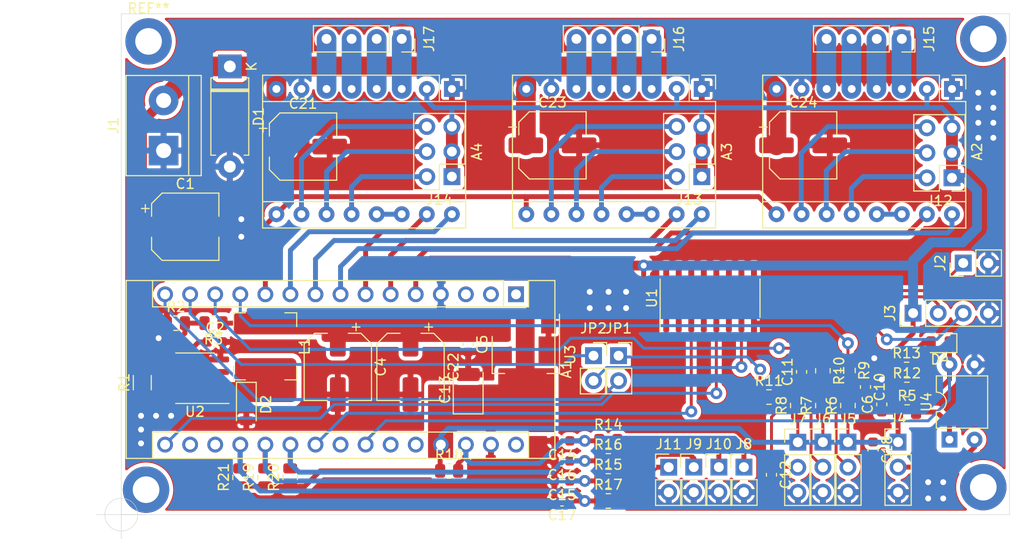
<source format=kicad_pcb>
(kicad_pcb (version 20211014) (generator pcbnew)
  (layers (0 "F.Cu" signal) (31 "B.Cu" signal) (34 "B.Paste" user) (35 "F.Paste" user) (36 "B.SilkS" user "B.Silkscreen") (37 "F.SilkS" user "F.Silkscreen") (38 "B.Mask" user) (39 "F.Mask" user) (44 "Edge.Cuts" user))
  (net 0 "")
  (net 1 "/SP_DIR")
  (net 2 "Net-(A1-Pad15)")
  (net 4 "Net-(A1-Pad14)")
  (net 5 "GND")
  (net 6 "/LIM_Y")
  (net 7 "/ESTOP")
  (net 8 "/LIM_X")
  (net 9 "+5V")
  (net 10 "/~{EN}")
  (net 12 "/DIR_Z")
  (net 14 "/DIR_Y")
  (net 15 "/PROBE")
  (net 16 "/DIR_X")
  (net 18 "/STEP_Z")
  (net 19 "/COOL_EN")
  (net 20 "/STEP_Y")
  (net 21 "/SRESU")
  (net 22 "/STEP_X")
  (net 23 "/FHOLD")
  (net 24 "/RESAB")
  (net 30 "VCC")
  (net 31 "Net-(A2-Pad13)")
  (net 32 "Net-(A2-Pad6)")
  (net 33 "Net-(A2-Pad5)")
  (net 34 "Net-(A2-Pad12)")
  (net 35 "Net-(A2-Pad4)")
  (net 36 "Net-(A2-Pad11)")
  (net 37 "Net-(A2-Pad3)")
  (net 38 "Net-(A2-Pad10)")
  (net 39 "Net-(A3-Pad13)")
  (net 40 "Net-(A3-Pad6)")
  (net 41 "Net-(A3-Pad5)")
  (net 42 "Net-(A3-Pad12)")
  (net 43 "Net-(A3-Pad4)")
  (net 44 "Net-(A3-Pad11)")
  (net 45 "Net-(A3-Pad3)")
  (net 46 "Net-(A3-Pad10)")
  (net 47 "Net-(A4-Pad13)")
  (net 48 "Net-(A4-Pad6)")
  (net 49 "Net-(A4-Pad5)")
  (net 50 "Net-(A4-Pad12)")
  (net 51 "Net-(A4-Pad4)")
  (net 52 "Net-(A4-Pad11)")
  (net 53 "Net-(A4-Pad3)")
  (net 54 "Net-(A4-Pad10)")
  (net 55 "Net-(C2-Pad1)")
  (net 56 "+10V")
  (net 57 "Net-(C10-Pad1)")
  (net 58 "Net-(C11-Pad1)")
  (net 59 "Net-(C12-Pad1)")
  (net 60 "Net-(D2-Pad1)")
  (net 61 "Net-(D4-Pad2)")
  (net 62 "Net-(J2-Pad1)")
  (net 63 "Net-(J3-Pad3)")
  (net 64 "Net-(J3-Pad2)")
  (net 65 "Net-(J4-Pad2)")
  (net 66 "Net-(J8-Pad1)")
  (net 67 "Net-(J9-Pad1)")
  (net 68 "Net-(J10-Pad1)")
  (net 69 "Net-(J11-Pad1)")
  (net 70 "/LIM_Z")
  (net 71 "/SP_PWM")
  (net 72 "Net-(R1-Pad1)")
  (net 73 "Net-(R2-Pad2)")
  (net 74 "Net-(R5-Pad2)")
  (footprint "Module:Arduino_Nano" (layer "F.Cu") (at 70 57.658 -90)
    (fp_text reference "A1")
    (fp_text value "Arduino_Nano_v3.x")
  )
  (footprint "Module:Pololu_Breakout-16_15.2x20.3mm" (layer "F.Cu") (at 114.173 36.83 -90)
    (fp_text reference "A2")
    (fp_text value "Pololu_Breakout_A4988")
  )
  (footprint "Module:Pololu_Breakout-16_15.2x20.3mm" (layer "F.Cu") (at 88.82 36.83 -90)
    (fp_text reference "A3")
    (fp_text value "Pololu_Breakout_A4988")
  )
  (footprint "Module:Pololu_Breakout-16_15.2x20.3mm" (layer "F.Cu") (at 63.5 36.83 -90)
    (fp_text reference "A4")
    (fp_text value "Pololu_Breakout_A4988")
  )
  (footprint "Capacitor_SMD:CP_Elec_6.3x7.7" (layer "F.Cu") (at 36.482 50.8)
    (fp_text reference "C1")
    (fp_text value "47u")
  )
  (footprint "Capacitor_SMD:C_0603_1608Metric" (layer "F.Cu") (at 39.497 62.484)
    (fp_text reference "C2")
    (fp_text value "470p")
  )
  (footprint "Capacitor_SMD:CP_Elec_6.3x4.9" (layer "F.Cu") (at 51.943 65.018 -90)
    (fp_text reference "C4")
    (fp_text value "100u")
  )
  (footprint "Capacitor_SMD:C_0603_1608Metric" (layer "F.Cu") (at 65.151 62.738 -90)
    (fp_text reference "C5")
    (fp_text value "100n")
  )
  (footprint "Capacitor_SMD:C_0603_1608Metric" (layer "F.Cu") (at 107.061 68.821 90)
    (fp_text reference "C6")
    (fp_text value "100")
  )
  (footprint "Capacitor_SMD:C_0603_1608Metric" (layer "F.Cu") (at 105.41 67.056 -90)
    (fp_text reference "C10")
    (fp_text value "100n")
  )
  (footprint "Capacitor_SMD:C_0603_1608Metric" (layer "F.Cu") (at 98.933 65.519 90)
    (fp_text reference "C11")
    (fp_text value "100n")
  )
  (footprint "Capacitor_SMD:C_0603_1608Metric" (layer "F.Cu") (at 95.885 75.959 -90)
    (fp_text reference "C12")
    (fp_text value "100n")
  )
  (footprint "Capacitor_Tantalum_SMD:CP_EIA-3528-21_Kemet-B" (layer "F.Cu") (at 65.151 67.3235 90)
    (fp_text reference "C13")
    (fp_text value "10u")
  )
  (footprint "Capacitor_SMD:C_0603_1608Metric" (layer "F.Cu") (at 74.676 72.517 180)
    (fp_text reference "C14")
    (fp_text value "100n")
  )
  (footprint "Capacitor_SMD:C_0603_1608Metric" (layer "F.Cu") (at 74.663 76.581 180)
    (fp_text reference "C15")
    (fp_text value "100n")
  )
  (footprint "Capacitor_SMD:C_0603_1608Metric" (layer "F.Cu") (at 74.663 74.549 180)
    (fp_text reference "C16")
    (fp_text value "100n")
  )
  (footprint "Capacitor_SMD:C_0603_1608Metric" (layer "F.Cu") (at 74.663 78.613 180)
    (fp_text reference "C17")
    (fp_text value "100n")
  )
  (footprint "Capacitor_SMD:C_0603_1608Metric" (layer "F.Cu") (at 106.172 73.406 -90)
    (fp_text reference "C18")
    (fp_text value "100n")
  )
  (footprint "Diode_THT:D_DO-15_P10.16mm_Horizontal" (layer "F.Cu") (at 41 34.544 -90)
    (fp_text reference "D1")
    (fp_text value "1.5KExxA")
  )
  (footprint "Diode_SMD:D_SOD-123" (layer "F.Cu") (at 42.672 68.833 -90)
    (fp_text reference "D2")
    (fp_text value "1N5819")
  )
  (footprint "LED_SMD:LED_0805_2012Metric" (layer "F.Cu") (at 112.9815 62.611 180)
    (fp_text reference "D4")
    (fp_text value "LED")
  )
  (footprint "TerminalBlock:TerminalBlock_bornier-2_P5.08mm" (layer "F.Cu") (at 34.29 43.08 90)
    (fp_text reference "J1")
    (fp_text value "VIN")
  )
  (footprint "Connector_PinHeader_2.54mm:PinHeader_1x02_P2.54mm_Vertical" (layer "F.Cu") (at 115.316 54.483 90)
    (fp_text reference "J2")
    (fp_text value "COOL_ENB")
  )
  (footprint "Connector_PinHeader_2.54mm:PinHeader_1x04_P2.54mm_Vertical" (layer "F.Cu") (at 110.236 59.563 90)
    (fp_text reference "J3")
    (fp_text value "SP/LAS")
  )
  (footprint "Connector_PinHeader_2.54mm:PinHeader_1x03_P2.54mm_Vertical" (layer "F.Cu") (at 108.712 72.644)
    (fp_text reference "J4")
    (fp_text value "PROBE")
  )
  (footprint "Connector_PinHeader_2.54mm:PinHeader_1x03_P2.54mm_Vertical" (layer "F.Cu") (at 103.632 72.644)
    (fp_text reference "J5")
    (fp_text value "LIM_X")
  )
  (footprint "Connector_PinHeader_2.54mm:PinHeader_1x03_P2.54mm_Vertical" (layer "F.Cu") (at 101.092 72.644)
    (fp_text reference "J6")
    (fp_text value "LIM_Y")
  )
  (footprint "Connector_PinHeader_2.54mm:PinHeader_1x03_P2.54mm_Vertical" (layer "F.Cu") (at 98.552 72.659)
    (fp_text reference "J7")
    (fp_text value "LIM_Z")
  )
  (footprint "Connector_PinHeader_2.54mm:PinHeader_1x02_P2.54mm_Vertical" (layer "F.Cu") (at 93.091 75.184)
    (fp_text reference "J8")
    (fp_text value "ESTOP")
  )
  (footprint "Connector_PinHeader_2.54mm:PinHeader_1x02_P2.54mm_Vertical" (layer "F.Cu") (at 88.011 75.184)
    (fp_text reference "J9")
    (fp_text value "FHOLD")
  )
  (footprint "Connector_PinHeader_2.54mm:PinHeader_1x02_P2.54mm_Vertical" (layer "F.Cu") (at 90.551 75.184)
    (fp_text reference "J10")
    (fp_text value "SRESU")
  )
  (footprint "Connector_PinHeader_2.54mm:PinHeader_1x02_P2.54mm_Vertical" (layer "F.Cu") (at 85.471 75.194)
    (fp_text reference "J11")
    (fp_text value "RESET")
  )
  (footprint "Connector_PinHeader_2.54mm:PinHeader_2x03_P2.54mm_Vertical" (layer "F.Cu") (at 114.173 45.847 180)
    (fp_text reference "J12")
    (fp_text value "Conn_02x03_Odd_Even")
  )
  (footprint "Connector_PinHeader_2.54mm:PinHeader_2x03_P2.54mm_Vertical" (layer "F.Cu") (at 88.82 45.72 180)
    (fp_text reference "J13")
    (fp_text value "Conn_02x03_Odd_Even")
  )
  (footprint "Connector_PinHeader_2.54mm:PinHeader_2x03_P2.54mm_Vertical" (layer "F.Cu") (at 63.5 45.72 180)
    (fp_text reference "J14")
    (fp_text value "Conn_02x03_Odd_Even")
  )
  (footprint "Connector_PinSocket_2.54mm:PinSocket_1x04_P2.54mm_Vertical" (layer "F.Cu") (at 109.093 31.75 -90)
    (fp_text reference "J15")
    (fp_text value "X")
  )
  (footprint "Connector_PinSocket_2.54mm:PinSocket_1x04_P2.54mm_Vertical" (layer "F.Cu") (at 83.74 31.75 -90)
    (fp_text reference "J16")
    (fp_text value "Y")
  )
  (footprint "Connector_PinSocket_2.54mm:PinSocket_1x04_P2.54mm_Vertical" (layer "F.Cu") (at 58.42 31.75 -90)
    (fp_text reference "J17")
    (fp_text value "Z")
  )
  (footprint "Connector_PinSocket_2.54mm:PinSocket_1x02_P2.54mm_Vertical" (layer "F.Cu") (at 80.391 63.881)
    (fp_text reference "JP1")
    (fp_text value "Jumper")
  )
  (footprint "Connector_PinSocket_2.54mm:PinSocket_1x02_P2.54mm_Vertical" (layer "F.Cu") (at 77.851 63.881)
    (fp_text reference "JP2")
    (fp_text value "Jumper")
  )
  (footprint "Inductor_SMD:L_Bourns-SRN6028" (layer "F.Cu") (at 44.577 62.929 90)
    (fp_text reference "L1")
    (fp_text value "220uH")
  )
  (footprint "Resistor_SMD:R_1206_3216Metric" (layer "F.Cu") (at 32.131 66.6135 90)
    (fp_text reference "R1")
    (fp_text value "0.33")
  )
  (footprint "Resistor_SMD:R_0805_2012Metric" (layer "F.Cu") (at 35.5365 60.579)
    (fp_text reference "R2")
    (fp_text value "1.2K")
  )
  (footprint "Resistor_SMD:R_0805_2012Metric" (layer "F.Cu") (at 39.3465 60.579 180)
    (fp_text reference "R3")
    (fp_text value "3.6K")
  )
  (footprint "Resistor_SMD:R_0805_2012Metric" (layer "F.Cu") (at 109.6245 69.596)
    (fp_text reference "R5")
    (fp_text value "1k")
  )
  (footprint "Resistor_SMD:R_0805_2012Metric" (layer "F.Cu") (at 103.632 68.9375 90)
    (fp_text reference "R6")
    (fp_text value "10k")
  )
  (footprint "Resistor_SMD:R_0805_2012Metric" (layer "F.Cu") (at 101.092 68.9375 90)
    (fp_text reference "R7")
    (fp_text value "10k")
  )
  (footprint "Resistor_SMD:R_0805_2012Metric" (layer "F.Cu") (at 98.552 68.9375 90)
    (fp_text reference "R8")
    (fp_text value "10k")
  )
  (footprint "Resistor_SMD:R_0805_2012Metric" (layer "F.Cu") (at 103.632 65.3815 -90)
    (fp_text reference "R9")
    (fp_text value "1k")
  )
  (footprint "Resistor_SMD:R_0805_2012Metric" (layer "F.Cu") (at 101.092 65.405 -90)
    (fp_text reference "R10")
    (fp_text value "1k")
  )
  (footprint "Resistor_SMD:R_0805_2012Metric" (layer "F.Cu") (at 95.631 68.072)
    (fp_text reference "R11")
    (fp_text value "1k")
  )
  (footprint "Resistor_SMD:R_0805_2012Metric" (layer "F.Cu") (at 109.601 67.31)
    (fp_text reference "R12")
    (fp_text value "10k")
  )
  (footprint "Resistor_SMD:R_0805_2012Metric" (layer "F.Cu") (at 109.5775 65.278)
    (fp_text reference "R13")
    (fp_text value "1k")
  )
  (footprint "Resistor_SMD:R_0805_2012Metric" (layer "F.Cu") (at 79.3515 72.517)
    (fp_text reference "R14")
    (fp_text value "1k")
  )
  (footprint "Resistor_SMD:R_0805_2012Metric" (layer "F.Cu") (at 79.3515 76.581)
    (fp_text reference "R15")
    (fp_text value "1k")
  )
  (footprint "Resistor_SMD:R_0805_2012Metric" (layer "F.Cu") (at 79.3515 74.549)
    (fp_text reference "R16")
    (fp_text value "1k")
  )
  (footprint "Resistor_SMD:R_0805_2012Metric" (layer "F.Cu") (at 79.3515 78.613)
    (fp_text reference "R17")
    (fp_text value "1k")
  )
  (footprint "Resistor_SMD:R_0805_2012Metric" (layer "F.Cu") (at 63.2225 75.565)
    (fp_text reference "R18")
    (fp_text value "10k")
  )
  (footprint "Resistor_SMD:R_0805_2012Metric" (layer "F.Cu") (at 44.577 76.2235 90)
    (fp_text reference "R19")
    (fp_text value "10k")
  )
  (footprint "Resistor_SMD:R_0805_2012Metric" (layer "F.Cu") (at 47.117 76.2235 90)
    (fp_text reference "R20")
    (fp_text value "10k")
  )
  (footprint "Resistor_SMD:R_0805_2012Metric" (layer "F.Cu") (at 42.037 76.2235 90)
    (fp_text reference "R21")
    (fp_text value "10k")
  )
  (footprint "Package_SO:SO-16_3.9x9.9mm_P1.27mm" (layer "F.Cu") (at 89.662 58.039 90)
    (fp_text reference "U1")
    (fp_text value "4050")
  )
  (footprint "Package_SO:SO-8_3.9x4.9mm_P1.27mm" (layer "F.Cu") (at 37.465 66.167 180)
    (fp_text reference "U2")
    (fp_text value "MC34063AD")
  )
  (footprint "Package_TO_SOT_SMD:SOT-223-3_TabPin2" (layer "F.Cu") (at 70.993 63.779 -90)
    (fp_text reference "U3")
    (fp_text value "AZ1117-5.0")
  )
  (footprint "Package_DIP:DIP-4_W7.62mm" (layer "F.Cu") (at 113.919 72.39 90)
    (fp_text reference "U4")
    (fp_text value "PC817")
  )
  (footprint "MountingHole:MountingHole_2.7mm_M2.5_DIN965_Pad" (layer "F.Cu") (at 32.766 32.004)
    (fp_text reference "REF**")
    (fp_text value "MountingHole_2.7mm_M2.5_DIN965_Pad")
  )
  (footprint "Capacitor_SMD:CP_Elec_6.3x7.7" (layer "F.Cu") (at 73.693 42.545)
    (fp_text reference "C23")
    (fp_text value "100u")
  )
  (footprint "Capacitor_SMD:CP_Elec_6.3x7.7" (layer "F.Cu") (at 99.093 42.545)
    (fp_text reference "C24")
    (fp_text value "47u")
  )
  (footprint "" (layer "F.Cu") (at 117.348 77.216)
    (fp_text reference "")
    (fp_text value "")
  )
  (footprint "" (layer "F.Cu") (at 117.348 31.75)
    (fp_text reference "")
    (fp_text value "")
  )
  (footprint "Capacitor_SMD:CP_Elec_6.3x7.7" (layer "F.Cu") (at 48.42 42.672)
    (fp_text reference "C21")
    (fp_text value "100u")
  )
  (footprint "Capacitor_SMD:CP_Elec_6.3x4.9" (layer "F.Cu") (at 59.309 65.018 -90)
    (fp_text reference "C22")
    (fp_text value "100u")
  )
  (footprint "" (layer "F.Cu") (at 32.512 77.47)
    (fp_text reference "")
    (fp_text value "")
  )
  (gr_line (start 30 80) (end 30 29.21) (layer "Edge.Cuts") (width 0.05))
  (gr_line (start 120 29.21) (end 120 80) (layer "Edge.Cuts") (width 0.05))
  (gr_line (start 30 29.21) (end 120 29.21) (layer "Edge.Cuts") (width 0.05))
  (gr_line (start 120 80) (end 30 80) (layer "Edge.Cuts") (width 0.05))
  (target plus (at 30 80) (size 5) (width 0.05) (layer "Edge.Cuts"))
  (segment (start 90.297 67.691) (end 90.297 60.614) (width 0.3) (layer "F.Cu") (net 1))
  (via (at 90.297 67.691) (size 1.2) (drill 0.6) (layers "F.Cu" "B.Cu") (net 1))
  (segment (start 79.827428 67.691) (end 90.297 67.691) (width 0.3) (layer "B.Cu") (net 1))
  (segment (start 34.44 72.898) (end 37.107 70.231) (width 0.3) (layer "B.Cu") (net 1))
  (segment (start 50.165 70.231) (end 51.57048 68.82552) (width 0.3) (layer "B.Cu") (net 1))
  (segment (start 78.692908 68.82552) (end 79.827428 67.691) (width 0.3) (layer "B.Cu") (net 1))
  (segment (start 51.57048 68.82552) (end 78.692908 68.82552) (width 0.3) (layer "B.Cu") (net 1))
  (segment (start 37.107 70.231) (end 50.165 70.231) (width 0.3) (layer "B.Cu") (net 1))
  (segment (start 78.486 68.326) (end 43.815 68.326) (width 0.3) (layer "B.Cu") (net 2))
  (segment (start 43.815 68.326) (end 34.44 58.951) (width 0.3) (layer "B.Cu") (net 2))
  (segment (start 80.391 66.421) (end 78.486 68.326) (width 0.3) (layer "B.Cu") (net 2))
  (segment (start 34.44 58.951) (end 34.44 57.658) (width 0.3) (layer "B.Cu") (net 2))
  (segment (start 75.819 63.881) (end 74.93 64.77) (width 0.3) (layer "B.Cu") (net 4))
  (segment (start 74.93 64.77) (end 42.164 64.77) (width 0.3) (layer "B.Cu") (net 4))
  (segment (start 36.98 59.586) (end 36.98 57.658) (width 0.3) (layer "B.Cu") (net 4))
  (segment (start 42.164 64.77) (end 36.98 59.586) (width 0.3) (layer "B.Cu") (net 4))
  (segment (start 77.851 63.881) (end 75.819 63.881) (width 0.3) (layer "B.Cu") (net 4))
  (via (at 32.004 71.374) (size 1.2) (drill 0.6) (layers "F.Cu" "B.Cu") (net 5))
  (via (at 77.47 59.055) (size 1.2) (drill 0.6) (layers "F.Cu" "B.Cu") (net 5))
  (via (at 33.528 69.977) (size 1.2) (drill 0.6) (layers "F.Cu" "B.Cu") (net 5))
  (via (at 42.164 50.038) (size 1.2) (drill 0.6) (layers "F.Cu" "B.Cu") (net 5))
  (via (at 107.061 66.294) (size 1.2) (drill 0.6) (layers "F.Cu" "B.Cu") (net 5))
  (via (at 118.364 38.735) (size 1.2) (drill 0.6) (layers "F.Cu" "B.Cu") (net 5))
  (via (at 79.375 57.404) (size 1.2) (drill 0.6) (layers "F.Cu" "B.Cu") (net 5))
  (via (at 113.284 76.708) (size 1.2) (drill 0.6) (layers "F.Cu" "B.Cu") (net 5))
  (via (at 32.004 69.977) (size 1.2) (drill 0.6) (layers "F.Cu" "B.Cu") (net 5))
  (via (at 33.782 62.103) (size 1.2) (drill 0.6) (layers "F.Cu" "B.Cu") (net 5))
  (via (at 116.84 40.259) (size 1.2) (drill 0.6) (layers "F.Cu" "B.Cu") (net 5))
  (via (at 81.153 59.055) (size 1.2) (drill 0.6) (layers "F.Cu" "B.Cu") (net 5))
  (via (at 118.364 37.211) (size 1.2) (drill 0.6) (layers "F.Cu" "B.Cu") (net 5))
  (via (at 111.76 76.708) (size 1.2) (drill 0.6) (layers "F.Cu" "B.Cu") (net 5))
  (via (at 77.47 57.404) (size 1.2) (drill 0.6) (layers "F.Cu" "B.Cu") (net 5))
  (via (at 106.299 64.135) (size 1.2) (drill 0.6) (layers "F.Cu" "B.Cu") (net 5))
  (via (at 118.364 41.783) (size 1.2) (drill 0.6) (layers "F.Cu" "B.Cu") (net 5))
  (via (at 116.84 41.783) (size 1.2) (drill 0.6) (layers "F.Cu" "B.Cu") (net 5))
  (via (at 42.164 51.816) (size 1.2) (drill 0.6) (layers "F.Cu" "B.Cu") (net 5))
  (via (at 118.364 40.259) (size 1.2) (drill 0.6) (layers "F.Cu" "B.Cu") (net 5))
  (via (at 32.004 72.771) (size 1.2) (drill 0.6) (layers "F.Cu" "B.Cu") (net 5))
  (via (at 35.052 69.977) (size 1.2) (drill 0.6) (layers "F.Cu" "B.Cu") (net 5))
  (via (at 81.153 57.404) (size 1.2) (drill 0.6) (layers "F.Cu" "B.Cu") (net 5))
  (via (at 116.84 37.211) (size 1.2) (drill 0.6) (layers "F.Cu" "B.Cu") (net 5))
  (via (at 113.284 78.359) (size 1.2) (drill 0.6) (layers "F.Cu" "B.Cu") (net 5))
  (via (at 111.76 78.359) (size 1.2) (drill 0.6) (layers "F.Cu" "B.Cu") (net 5))
  (via (at 79.375 59.055) (size 1.2) (drill 0.6) (layers "F.Cu" "B.Cu") (net 5))
  (via (at 116.84 38.735) (size 1.2) (drill 0.6) (layers "F.Cu" "B.Cu") (net 5))
  (segment (start 101.092 63.754) (end 101.092 64.4925) (width 0.3) (layer "F.Cu") (net 6))
  (segment (start 96.647 63.119) (end 100.457 63.119) (width 0.3) (layer "F.Cu") (net 6))
  (segment (start 100.457 63.119) (end 101.092 63.754) (width 0.3) (layer "F.Cu") (net 6))
  (via (at 96.647 63.119) (size 1.2) (drill 0.6) (layers "F.Cu" "B.Cu") (net 6))
  (segment (start 74.422 63.246) (end 43.053 63.246) (width 0.3) (layer "B.Cu") (net 6))
  (segment (start 39.52 59.713) (end 39.52 57.658) (width 0.3) (layer "B.Cu") (net 6))
  (segment (start 75.565 62.103) (end 74.422 63.246) (width 0.3) (layer "B.Cu") (net 6))
  (segment (start 96.647 63.119) (end 82.931 63.119) (width 0.3) (layer "B.Cu") (net 6))
  (segment (start 81.915 62.103) (end 75.565 62.103) (width 0.3) (layer "B.Cu") (net 6))
  (segment (start 82.931 63.119) (end 81.915 62.103) (width 0.3) (layer "B.Cu") (net 6))
  (segment (start 43.053 63.246) (end 39.52 59.713) (width 0.3) (layer "B.Cu") (net 6))
  (segment (start 78.439 72.517) (end 76.962 72.517) (width 0.5) (layer "F.Cu") (net 7))
  (segment (start 64.135 74.803) (end 64.92 74.018) (width 0.5) (layer "F.Cu") (net 7))
  (segment (start 64.92 74.018) (end 64.92 72.898) (width 0.5) (layer "F.Cu") (net 7))
  (segment (start 64.135 75.565) (end 64.135 74.803) (width 0.5) (layer "F.Cu") (net 7))
  (segment (start 76.962 72.517) (end 75.451 72.517) (width 0.5) (layer "F.Cu") (net 7))
  (via (at 76.962 72.517) (size 1.2) (drill 0.6) (layers "F.Cu" "B.Cu") (net 7))
  (segment (start 64.92 74.318) (end 65.405 74.803) (width 0.5) (layer "B.Cu") (net 7))
  (segment (start 65.405 74.803) (end 72.39 74.803) (width 0.5) (layer "B.Cu") (net 7))
  (segment (start 72.39 74.803) (end 74.676 72.517) (width 0.5) (layer "B.Cu") (net 7))
  (segment (start 74.676 72.517) (end 76.962 72.517) (width 0.5) (layer "B.Cu") (net 7))
  (segment (start 64.92 72.898) (end 64.92 74.318) (width 0.5) (layer "B.Cu") (net 7))
  (segment (start 103.632 62.611) (end 103.632 64.469) (width 0.3) (layer "F.Cu") (net 8))
  (via (at 103.632 62.611) (size 1.2) (drill 0.6) (layers "F.Cu" "B.Cu") (net 8))
  (segment (start 43.053 60.833) (end 101.854 60.833) (width 0.3) (layer "B.Cu") (net 8))
  (segment (start 42.06 59.84) (end 43.053 60.833) (width 0.3) (layer "B.Cu") (net 8))
  (segment (start 42.06 57.658) (end 42.06 59.84) (width 0.3) (layer "B.Cu") (net 8))
  (segment (start 101.854 60.833) (end 103.632 62.611) (width 0.3) (layer "B.Cu") (net 8))
  (segment (start 85.217 60.614) (end 85.217 59.055) (width 0.5) (layer "F.Cu") (net 9))
  (segment (start 98.552 72.644) (end 98.552 69.85) (width 0.3) (layer "F.Cu") (net 9))
  (segment (start 108.665 65.278) (end 108.665 63.166) (width 0.5) (layer "F.Cu") (net 9))
  (segment (start 101.092 72.644) (end 101.092 69.85) (width 0.3) (layer "F.Cu") (net 9))
  (segment (start 62.31 75.565) (end 62.31 72.968) (width 0.5) (layer "F.Cu") (net 9))
  (segment (start 111.633 36.863) (end 111.6 36.83) (width 0.5) (layer "F.Cu") (net 9))
  (segment (start 108.665 63.166) (end 110.236 61.595) (width 0.5) (layer "F.Cu") (net 9))
  (segment (start 50.165 75.565) (end 48.594 77.136) (width 0.5) (layer "F.Cu") (net 9))
  (segment (start 86.36 36.91) (end 86.28 36.83) (width 0.5) (layer "F.Cu") (net 9))
  (segment (start 108.665 67.2865) (end 108.6885 67.31) (width 0.5) (layer "F.Cu") (net 9))
  (segment (start 108.665 65.278) (end 108.665 67.2865) (width 0.5) (layer "F.Cu") (net 9))
  (segment (start 70.993 60.629) (end 70.993 59.779978) (width 1) (layer "F.Cu") (net 9))
  (segment (start 88.82 40.64) (end 88.82 45.72) (width 1.2) (layer "F.Cu") (net 9))
  (segment (start 110.236 61.595) (end 110.236 59.563) (width 0.5) (layer "F.Cu") (net 9))
  (segment (start 63.5 40.64) (end 63.5 45.72) (width 1.2) (layer "F.Cu") (net 9))
  (segment (start 48.594 77.136) (end 47.117 77.136) (width 0.5) (layer "F.Cu") (net 9))
  (segment (start 62.31 75.565) (end 50.165 75.565) (width 0.5) (layer "F.Cu") (net 9))
  (segment (start 107.061 69.596) (end 108.712 69.596) (width 0.5) (layer "F.Cu") (net 9))
  (segment (start 108.712 72.644) (end 108.712 69.596) (width 0.5) (layer "F.Cu") (net 9))
  (segment (start 103.632 72.644) (end 103.632 69.85) (width 0.3) (layer "F.Cu") (net 9))
  (segment (start 62.31 72.968) (end 62.38 72.898) (width 0.5) (layer "F.Cu") (net 9))
  (segment (start 70.993 59.779978) (end 76.035978 54.737) (width 1) (layer "F.Cu") (net 9))
  (segment (start 76.035978 54.737) (end 82.931 54.737) (width 1) (layer "F.Cu") (net 9))
  (segment (start 108.6885 69.5725) (end 108.712 69.596) (width 0.5) (layer "F.Cu") (net 9))
  (segment (start 108.6885 67.31) (end 108.6885 69.5725) (width 0.5) (layer "F.Cu") (net 9))
  (segment (start 42.037 77.136) (end 44.577 77.136) (width 0.5) (layer "F.Cu") (net 9))
  (segment (start 44.577 77.136) (end 47.117 77.136) (width 0.5) (layer "F.Cu") (net 9))
  (segment (start 114.173 40.767) (end 114.173 45.847) (width 1.2) (layer "F.Cu") (net 9))
  (segment (start 106.172 72.631) (end 108.699 72.631) (width 0.3) (layer "F.Cu") (net 9))
  (segment (start 82.931 56.769) (end 82.931 54.737) (width 0.5) (layer "F.Cu") (net 9))
  (segment (start 108.699 72.631) (end 108.712 72.644) (width 0.3) (layer "F.Cu") (net 9))
  (segment (start 85.217 59.055) (end 82.931 56.769) (width 0.5) (layer "F.Cu") (net 9))
  (via (at 82.931 54.737) (size 1.2) (drill 0.6) (layers "F.Cu" "B.Cu") (net 9))
  (segment (start 63.5 38.735) (end 61.722 38.735) (width 0.5) (layer "B.Cu") (net 9))
  (segment (start 60.96 37.973) (end 60.96 36.83) (width 0.5) (layer "B.Cu") (net 9))
  (segment (start 110.236 54.737) (end 110.236 59.563) (width 1) (layer "B.Cu") (net 9))
  (segment (start 92.583 71.247) (end 63.119 71.247) (width 0.5) (layer "B.Cu") (net 9))
  (segment (start 112.08048 52.38452) (end 115.25548 52.38452) (width 1) (layer "B.Cu") (net 9))
  (segment (start 108.712 72.644) (end 108.697 72.659) (width 0.5) (layer "B.Cu") (net 9))
  (segment (start 82.931 54.737) (end 110.236 54.737) (width 1) (layer "B.Cu") (net 9))
  (segment (start 110.236 54.229) (end 112.08048 52.38452) (width 1) (layer "B.Cu") (net 9))
  (segment (start 111.633 38.608) (end 111.76 38.735) (width 0.5) (layer "B.Cu") (net 9))
  (segment (start 116.713 47.117) (end 115.443 45.847) (width 1) (layer "B.Cu") (net 9))
  (segment (start 114.173 39.751) (end 113.157 38.735) (width 0.5) (layer "B.Cu") (net 9))
  (segment (start 86.28 38.688) (end 86.233 38.735) (width 0.5) (layer "B.Cu") (net 9))
  (segment (start 63.5 40.64) (end 63.5 38.735) (width 0.5) (layer "B.Cu") (net 9))
  (segment (start 88.82 40.64) (end 88.82 38.782) (width 0.5) (layer "B.Cu") (net 9))
  (segment (start 62.38 71.986) (end 62.38 72.898) (width 0.5) (layer "B.Cu") (net 9))
  (segment (start 114.173 40.767) (end 114.173 39.751) (width 0.5) (layer "B.Cu") (net 9))
  (segment (start 115.443 45.847) (end 114.173 45.847) (width 1) (layer "B.Cu") (net 9))
  (segment (start 115.25548 52.38452) (end 116.713 50.927) (width 1) (layer "B.Cu") (net 9))
  (segment (start 93.995 72.659) (end 92.583 71.247) (width 0.5) (layer "B.Cu") (net 9))
  (segment (start 61.722 38.735) (end 60.96 37.973) (width 0.5) (layer "B.Cu") (net 9))
  (segment (start 110.236 56.769) (end 110.236 54.229) (width 1) (layer "B.Cu") (net 9))
  (segment (start 111.633 36.83) (end 111.633 38.608) (width 0.5) (layer "B.Cu") (net 9))
  (segment (start 116.713 50.927) (end 116.713 47.117) (width 1) (layer "B.Cu") (net 9))
  (segment (start 88.773 38.735) (end 86.233 38.735) (width 0.5) (layer "B.Cu") (net 9))
  (segment (start 86.233 38.735) (end 63.5 38.735) (width 0.5) (layer "B.Cu") (net 9))
  (segment (start 111.76 38.735) (end 88.773 38.735) (width 0.5) (layer "B.Cu") (net 9))
  (segment (start 63.119 71.247) (end 62.38 71.986) (width 0.5) (layer "B.Cu") (net 9))
  (segment (start 88.82 38.782) (end 88.773 38.735) (width 0.5) (layer "B.Cu") (net 9))
  (segment (start 86.28 36.83) (end 86.28 38.688) (width 0.5) (layer "B.Cu") (net 9))
  (segment (start 108.697 72.659) (end 93.995 72.659) (width 0.5) (layer "B.Cu") (net 9))
  (segment (start 113.157 38.735) (end 111.76 38.735) (width 0.5) (layer "B.Cu") (net 9))
  (segment (start 44.6 50.65) (end 45.72 49.53) (width 0.5) (layer "F.Cu") (net 10))
  (segment (start 70.866 47.752) (end 94.582 47.752) (width 0.5) (layer "F.Cu") (net 10))
  (segment (start 71.04 49.53) (end 71.04 47.926) (width 0.5) (layer "F.Cu") (net 10))
  (segment (start 44.6 57.658) (end 44.6 50.65) (width 0.5) (layer "F.Cu") (net 10))
  (segment (start 45.72 49.53) (end 47.498 47.752) (width 0.5) (layer "F.Cu") (net 10))
  (segment (start 71.04 47.926) (end 70.866 47.752) (width 0.5) (layer "F.Cu") (net 10))
  (segment (start 47.498 47.752) (end 70.866 47.752) (width 0.5) (layer "F.Cu") (net 10))
  (segment (start 94.582 47.752) (end 96.36 49.53) (width 0.5) (layer "F.Cu") (net 10))
  (segment (start 47.14 57.658) (end 47.14 53.19) (width 0.5) (layer "B.Cu") (net 12))
  (segment (start 49.022 51.308) (end 61.722 51.308) (width 0.5) (layer "B.Cu") (net 12))
  (segment (start 61.722 51.308) (end 63.5 49.53) (width 0.5) (layer "B.Cu") (net 12))
  (segment (start 47.14 53.19) (end 49.022 51.308) (width 0.5) (layer "B.Cu") (net 12))
  (segment (start 49.68 57.658) (end 49.68 54.079) (width 0.5) (layer "B.Cu") (net 14))
  (segment (start 86.153 52.197) (end 88.82 49.53) (width 0.5) (layer "B.Cu") (net 14))
  (segment (start 49.68 54.079) (end 51.562 52.197) (width 0.5) (layer "B.Cu") (net 14))
  (segment (start 51.562 52.197) (end 86.153 52.197) (width 0.5) (layer "B.Cu") (net 14))
  (segment (start 112.903 67.31) (end 113.919 66.294) (width 0.5) (layer "F.Cu") (net 15))
  (segment (start 113.919 64.77) (end 113.919 62.611) (width 0.5) (layer "F.Cu") (net 15))
  (segment (start 110.5135 67.31) (end 112.903 67.31) (width 0.5) (layer "F.Cu") (net 15))
  (segment (start 113.919 66.294) (end 113.919 64.77) (width 0.5) (layer "F.Cu") (net 15))
  (segment (start 54.76 72.5315) (end 54.76 72.898) (width 0.3) (layer "B.Cu") (net 15))
  (segment (start 113.919 64.77) (end 113.919 68.326) (width 0.3) (layer "B.Cu") (net 15))
  (segment (start 56.8065 70.485) (end 54.76 72.5315) (width 0.3) (layer "B.Cu") (net 15))
  (segment (start 113.919 68.326) (end 111.76 70.485) (width 0.3) (layer "B.Cu") (net 15))
  (segment (start 111.76 70.485) (end 56.8065 70.485) (width 0.3) (layer "B.Cu") (net 15))
  (segment (start 114.173 50.9905) (end 114.173 49.53) (width 0.5) (layer "B.Cu") (net 16))
  (segment (start 113.7285 51.435) (end 114.173 50.9905) (width 0.5) (layer "B.Cu") (net 16))
  (segment (start 54.03748 53.02352) (end 86.315751 53.023519) (width 0.5) (layer "B.Cu") (net 16))
  (segment (start 86.315751 53.023519) (end 87.90427 51.435) (width 0.5) (layer "B.Cu") (net 16))
  (segment (start 52.22 57.658) (end 52.22 54.841) (width 0.5) (layer "B.Cu") (net 16))
  (segment (start 52.22 54.841) (end 54.03748 53.02352) (width 0.5) (layer "B.Cu") (net 16))
  (segment (start 87.90427 51.435) (end 113.7285 51.435) (width 0.5) (layer "B.Cu") (net 16))
  (segment (start 54.76 57.658) (end 54.76 52.936) (width 0.5) (layer "F.Cu") (net 18))
  (segment (start 59.182 51.308) (end 60.96 49.53) (width 0.5) (layer "F.Cu") (net 18))
  (segment (start 56.388 51.308) (end 59.182 51.308) (width 0.5) (layer "F.Cu") (net 18))
  (segment (start 54.76 52.936) (end 56.388 51.308) (width 0.5) (layer "F.Cu") (net 18))
  (segment (start 87.757 69.5355) (end 87.757 60.614) (width 0.3) (layer "F.Cu") (net 19))
  (via (at 87.757 69.5355) (size 1.2) (drill 0.6) (layers "F.Cu" "B.Cu") (net 19))
  (segment (start 49.68 72.898) (end 52.855 69.723) (width 0.3) (layer "B.Cu") (net 19))
  (segment (start 87.5695 69.723) (end 87.757 69.5355) (width 0.3) (layer "B.Cu") (net 19))
  (segment (start 52.855 69.723) (end 87.5695 69.723) (width 0.3) (layer "B.Cu") (net 19))
  (segment (start 57.3 53.698) (end 58.801 52.197) (width 0.5) (layer "F.Cu") (net 20))
  (segment (start 57.3 57.658) (end 57.3 53.698) (width 0.5) (layer "F.Cu") (net 20))
  (segment (start 58.801 52.197) (end 83.613 52.197) (width 0.5) (layer "F.Cu") (net 20))
  (segment (start 83.613 52.197) (end 86.28 49.53) (width 0.5) (layer "F.Cu") (net 20))
  (segment (start 47.117 75.311) (end 47.117 72.921) (width 0.5) (layer "F.Cu") (net 21))
  (segment (start 47.117 72.921) (end 47.14 72.898) (width 0.5) (layer "F.Cu") (net 21))
  (segment (start 75.438 74.549) (end 76.962 74.549) (width 0.5) (layer "F.Cu") (net 21))
  (segment (start 76.962 74.549) (end 78.439 74.549) (width 0.5) (layer "F.Cu") (net 21))
  (via (at 76.962 74.549) (size 1.2) (drill 0.6) (layers "F.Cu" "B.Cu") (net 21))
  (segment (start 73.66 75.692) (end 74.803 74.549) (width 0.5) (layer "B.Cu") (net 21))
  (segment (start 47.14 72.898) (end 47.14 74.826) (width 0.5) (layer "B.Cu") (net 21))
  (segment (start 48.006 75.692) (end 73.66 75.692) (width 0.5) (layer "B.Cu") (net 21))
  (segment (start 74.803 74.549) (end 76.962 74.549) (width 0.5) (layer "B.Cu") (net 21))
  (segment (start 47.14 74.826) (end 48.006 75.692) (width 0.5) (layer "B.Cu") (net 21))
  (segment (start 60.96 53.086) (end 84.074 53.086) (width 0.5) (layer "F.Cu") (net 22))
  (segment (start 109.728 51.435) (end 111.633 49.53) (width 0.5) (layer "F.Cu") (net 22))
  (segment (start 59.84 54.206) (end 60.96 53.086) (width 0.5) (layer "F.Cu") (net 22))
  (segment (start 84.074 53.086) (end 85.725 51.435) (width 0.5) (layer "F.Cu") (net 22))
  (segment (start 85.725 51.435) (end 109.728 51.435) (width 0.5) (layer "F.Cu") (net 22))
  (segment (start 59.84 57.658) (end 59.84 54.206) (width 0.5) (layer "F.Cu") (net 22))
  (segment (start 76.962 76.581) (end 75.438 76.581) (width 0.5) (layer "F.Cu") (net 23))
  (segment (start 78.439 76.581) (end 76.962 76.581) (width 0.5) (layer "F.Cu") (net 23))
  (segment (start 44.577 72.921) (end 44.6 72.898) (width 0.5) (layer "F.Cu") (net 23))
  (segment (start 44.577 75.311) (end 44.577 72.921) (width 0.5) (layer "F.Cu") (net 23))
  (via (at 76.962 76.581) (size 1.2) (drill 0.6) (layers "F.Cu" "B.Cu") (net 23))
  (segment (start 45.72 76.581) (end 76.962 76.581) (width 0.5) (layer "B.Cu") (net 23))
  (segment (start 44.6 72.898) (end 44.6 75.461) (width 0.5) (layer "B.Cu") (net 23))
  (segment (start 44.6 75.461) (end 45.72 76.581) (width 0.5) (layer "B.Cu") (net 23))
  (segment (start 42.037 72.921) (end 42.06 72.898) (width 0.5) (layer "F.Cu") (net 24))
  (segment (start 76.962 78.613) (end 78.439 78.613) (width 0.5) (layer "F.Cu") (net 24))
  (segment (start 42.037 75.311) (end 42.037 72.921) (width 0.5) (layer "F.Cu") (net 24))
  (segment (start 75.438 78.613) (end 76.962 78.613) (width 0.5) (layer "F.Cu") (net 24))
  (via (at 76.962 78.613) (size 1.2) (drill 0.6) (layers "F.Cu" "B.Cu") (net 24))
  (segment (start 75.946 77.597) (end 76.962 78.613) (width 0.5) (layer "B.Cu") (net 24))
  (segment (start 44.069 77.597) (end 75.946 77.597) (width 0.5) (layer "B.Cu") (net 24))
  (segment (start 42.06 72.898) (end 42.06 75.588) (width 0.5) (layer "B.Cu") (net 24))
  (segment (start 42.06 75.588) (end 44.069 77.597) (width 0.5) (layer "B.Cu") (net 24))
  (segment (start 45.72 42.672) (end 45.72 36.83) (width 2) (layer "F.Cu") (net 30))
  (segment (start 70.993 36.877) (end 71.04 36.83) (width 2) (layer "F.Cu") (net 30))
  (segment (start 32.131 65.151) (end 32.131 45.279511) (width 1) (layer "F.Cu") (net 30))
  (segment (start 37.719 34.544) (end 41 34.544) (width 2) (layer "F.Cu") (net 30))
  (segment (start 34.29 38) (end 34.29 37.973) (width 2) (layer "F.Cu") (net 30))
  (segment (start 71.374 34.544) (end 94.074 34.544) (width 2) (layer "F.Cu") (net 30))
  (segment (start 32.090489 40.199511) (end 34.29 38) (width 1) (layer "F.Cu") (net 30))
  (segment (start 96.393 42.545) (end 96.393 36.863) (width 2) (layer "F.Cu") (net 30))
  (segment (start 71.04 36.83) (end 71.04 34.878) (width 2) (layer "F.Cu") (net 30))
  (segment (start 33.274 65.151) (end 33.655 65.532) (width 0.5) (layer "F.Cu") (net 30))
  (segment (start 94.074 34.544) (end 96.36 36.83) (width 2) (layer "F.Cu") (net 30))
  (segment (start 32.090489 45.239) (end 32.090489 40.199511) (width 1) (layer "F.Cu") (net 30))
  (segment (start 70.993 42.545) (end 70.993 36.877) (width 2) (layer "F.Cu") (net 30))
  (segment (start 45.72 34.798) (end 45.974 34.544) (width 2) (layer "F.Cu") (net 30))
  (segment (start 41 34.544) (end 45.974 34.544) (width 2) (layer "F.Cu") (net 30))
  (segment (start 96.393 36.863) (end 96.36 36.83) (width 2) (layer "F.Cu") (net 30))
  (segment (start 45.72 36.83) (end 45.72 34.798) (width 2) (layer "F.Cu") (net 30))
  (segment (start 32.131 65.151) (end 33.274 65.151) (width 0.5) (layer "F.Cu") (net 30))
  (segment (start 33.655 65.532) (end 34.89 65.532) (width 0.5) (layer "F.Cu") (net 30))
  (segment (start 71.04 34.878) (end 71.374 34.544) (width 2) (layer "F.Cu") (net 30))
  (segment (start 34.29 37.973) (end 37.719 34.544) (width 2) (layer "F.Cu") (net 30))
  (segment (start 32.131 45.279511) (end 32.090489 45.239) (width 1) (layer "F.Cu") (net 30))
  (segment (start 45.974 34.544) (end 71.374 34.544) (width 2) (layer "F.Cu") (net 30))
  (segment (start 106.52 49.53) (end 109.06 49.53) (width 0.5) (layer "B.Cu") (net 31))
  (segment (start 101.44 36.83) (end 101.44 31.75) (width 2) (layer "B.Cu") (net 32))
  (segment (start 103.98 31.75) (end 103.98 36.83) (width 2) (layer "B.Cu") (net 33))
  (segment (start 105.156 45.72) (end 111.6 45.72) (width 0.5) (layer "B.Cu") (net 34))
  (segment (start 103.98 46.896) (end 105.156 45.72) (width 0.5) (layer "B.Cu") (net 34))
  (segment (start 103.98 49.53) (end 103.98 46.896) (width 0.5) (layer "B.Cu") (net 34))
  (segment (start 106.52 36.83) (end 106.52 31.75) (width 2) (layer "B.Cu") (net 35))
  (segment (start 103.378 43.18) (end 111.6 43.18) (width 0.5) (layer "B.Cu") (net 36))
  (segment (start 101.44 45.118) (end 103.378 43.18) (width 0.5) (layer "B.Cu") (net 36))
  (segment (start 101.44 49.53) (end 101.44 45.118) (width 0.5) (layer "B.Cu") (net 36))
  (segment (start 109.06 31.75) (end 109.06 36.83) (width 2) (layer "B.Cu") (net 37))
  (segment (start 98.9 43.34) (end 101.6 40.64) (width 0.5) (layer "B.Cu") (net 38))
  (segment (start 98.9 49.53) (end 98.9 43.34) (width 0.5) (layer "B.Cu") (net 38))
  (segment (start 101.6 40.64) (end 111.6 40.64) (width 0.5) (layer "B.Cu") (net 38))
  (segment (start 81.2 49.53) (end 83.74 49.53) (width 0.5) (layer "B.Cu") (net 39))
  (segment (start 76.12 36.83) (end 76.12 31.75) (width 2) (layer "B.Cu") (net 40))
  (segment (start 78.66 31.75) (end 78.66 36.83) (width 2) (layer "B.Cu") (net 41))
  (segment (start 78.66 46.816) (end 79.756 45.72) (width 0.5) (layer "B.Cu") (net 42))
  (segment (start 79.756 45.72) (end 86.28 45.72) (width 0.5) (layer "B.Cu") (net 42))
  (segment (start 78.66 49.53) (end 78.66 46.816) (width 0.5) (layer "B.Cu") (net 42))
  (segment (start 81.2 36.83) (end 81.2 31.75) (width 2) (layer "B.Cu") (net 43))
  (segment (start 77.978 43.18) (end 86.28 43.18) (width 0.5) (layer "B.Cu") (net 44))
  (segment (start 76.12 45.038) (end 77.978 43.18) (width 0.5) (layer "B.Cu") (net 44))
  (segment (start 76.12 49.53) (end 76.12 45.038) (width 0.5) (layer "B.Cu") (net 44))
  (segment (start 83.74 31.75) (end 83.74 36.83) (width 2) (layer "B.Cu") (net 45))
  (segment (start 73.58 49.53) (end 73.58 43.26) (width 0.5) (layer "B.Cu") (net 46))
  (segment (start 73.58 43.26) (end 76.2 40.64) (width 0.5) (layer "B.Cu") (net 46))
  (segment (start 76.2 40.64) (end 86.28 40.64) (width 0.5) (layer "B.Cu") (net 46))
  (segment (start 55.88 49.53) (end 58.42 49.53) (width 0.5) (layer "B.Cu") (net 47))
  (segment (start 50.8 36.83) (end 50.8 31.75) (width 2) (layer "B.Cu") (net 48))
  (segment (start 53.34 36.83) (end 53.34 31.75) (width 2) (layer "B.Cu") (net 49))
  (segment (start 53.34 46.736) (end 54.356 45.72) (width 0.5) (layer "B.Cu") (net 50))
  (segment (start 54.356 45.72) (end 60.96 45.72) (width 0.5) (layer "B.Cu") (net 50))
  (segment (start 53.34 49.53) (end 53.34 46.736) (width 0.5) (layer "B.Cu") (net 50))
  (segment (start 55.88 36.83) (end 55.88 31.75) (width 2) (layer "B.Cu") (net 51))
  (segment (start 52.832 43.18) (end 60.96 43.18) (width 0.5) (layer "B.Cu") (net 52))
  (segment (start 50.8 49.53) (end 50.8 45.212) (width 0.5) (layer "B.Cu") (net 52))
  (segment (start 50.8 45.212) (end 52.832 43.18) (width 0.5) (layer "B.Cu") (net 52))
  (segment (start 58.42 36.83) (end 58.42 31.75) (width 2) (layer "B.Cu") (net 53))
  (segment (start 48.26 49.53) (end 48.26 43.942) (width 0.5) (layer "B.Cu") (net 54))
  (segment (start 51.562 40.64) (end 60.96 40.64) (width 0.5) (layer "B.Cu") (net 54))
  (segment (start 48.26 43.942) (end 51.562 40.64) (width 0.5) (layer "B.Cu") (net 54))
  (segment (start 40.04 65.532) (end 37.592 65.532) (width 0.5) (layer "F.Cu") (net 55))
  (segment (start 37.084 65.024) (end 37.084 63.246) (width 0.5) (layer "F.Cu") (net 55))
  (segment (start 37.846 62.484) (end 38.722 62.484) (width 0.5) (layer "F.Cu") (net 55))
  (segment (start 37.592 65.532) (end 37.084 65.024) (width 0.5) (layer "F.Cu") (net 55))
  (segment (start 37.084 63.246) (end 37.846 62.484) (width 0.5) (layer "F.Cu") (net 55))
  (segment (start 40.259 60.579) (end 44.577 60.579) (width 0.5) (layer "F.Cu") (net 56))
  (segment (start 103.632 75.184) (end 102.432489 73.984489) (width 0.3) (layer "F.Cu") (net 57))
  (segment (start 102.432489 73.984489) (end 102.432489 69.224511) (width 0.3) (layer "F.Cu") (net 57))
  (segment (start 105.397 66.294) (end 105.41 66.281) (width 0.3) (layer "F.Cu") (net 57))
  (segment (start 103.632 68.025) (end 103.632 66.294) (width 0.3) (layer "F.Cu") (net 57))
  (segment (start 103.632 66.294) (end 105.397 66.294) (width 0.3) (layer "F.Cu") (net 57))
  (segment (start 102.432489 69.224511) (end 103.632 68.025) (width 0.3) (layer "F.Cu") (net 57))
  (segment (start 98.933 66.294) (end 101.0685 66.294) (width 0.3) (layer "F.Cu") (net 58))
  (segment (start 99.892489 73.984489) (end 99.892489 69.224511) (width 0.3) (layer "F.Cu") (net 58))
  (segment (start 101.0685 66.294) (end 101.092 66.3175) (width 0.3) (layer "F.Cu") (net 58))
  (segment (start 99.892489 69.224511) (end 101.092 68.025) (width 0.3) (layer "F.Cu") (net 58))
  (segment (start 101.092 75.184) (end 99.892489 73.984489) (width 0.3) (layer "F.Cu") (net 58))
  (segment (start 101.092 68.025) (end 101.092 66.3175) (width 0.3) (layer "F.Cu") (net 58))
  (segment (start 96.5905 68.025) (end 96.5435 68.072) (width 0.3) (layer "F.Cu") (net 59))
  (segment (start 96.5435 69.4455) (end 96.5435 68.072) (width 0.3) (layer "F.Cu") (net 59))
  (segment (start 98.552 75.199) (end 95.9 75.199) (width 0.3) (layer "F.Cu") (net 59))
  (segment (start 95.885 70.104) (end 96.5435 69.4455) (width 0.3) (layer "F.Cu") (net 59))
  (segment (start 98.552 68.025) (end 96.5905 68.025) (width 0.3) (layer "F.Cu") (net 59))
  (segment (start 95.9 75.199) (end 95.885 75.184) (width 0.3) (layer "F.Cu") (net 59))
  (segment (start 95.885 75.184) (end 95.885 70.104) (width 0.3) (layer "F.Cu") (net 59))
  (segment (start 40.04 66.802) (end 42.291 66.802) (width 0.5) (layer "F.Cu") (net 60))
  (segment (start 42.291 66.802) (end 42.672 67.183) (width 0.5) (layer "F.Cu") (net 60))
  (segment (start 112.044 62.611) (end 111.252 62.611) (width 0.5) (layer "F.Cu") (net 61))
  (segment (start 111.252 62.611) (end 110.49 63.373) (width 0.5) (layer "F.Cu") (net 61))
  (segment (start 110.49 63.373) (end 110.49 65.278) (width 0.5) (layer "F.Cu") (net 61))
  (segment (start 112.522 57.277) (end 88.646 57.277) (width 0.3) (layer "F.Cu") (net 62))
  (segment (start 88.646 57.277) (end 86.487 59.436) (width 0.3) (layer "F.Cu") (net 62))
  (segment (start 86.487 59.436) (end 86.487 60.614) (width 0.3) (layer "F.Cu") (net 62))
  (segment (start 115.316 54.483) (end 112.522 57.277) (width 0.3) (layer "F.Cu") (net 62))
  (segment (start 92.456 58.928) (end 104.267 58.928) (width 0.3) (layer "F.Cu") (net 63))
  (segment (start 91.567 59.817) (end 92.456 58.928) (width 0.3) (layer "F.Cu") (net 63))
  (segment (start 104.267 58.928) (end 107.569 62.23) (width 0.3) (layer "F.Cu") (net 63))
  (segment (start 91.567 60.614) (end 91.567 59.817) (width 0.3) (layer "F.Cu") (net 63))
  (via (at 107.569 62.23) (size 1.2) (drill 0.6) (layers "F.Cu" "B.Cu") (net 63))
  (segment (start 107.569 62.23) (end 112.649 62.23) (width 0.3) (layer "B.Cu") (net 63))
  (segment (start 112.649 62.23) (end 115.316 59.563) (width 0.3) (layer "B.Cu") (net 63))
  (segment (start 112.776 58.674) (end 112.776 59.563) (width 0.3) (layer "F.Cu") (net 64))
  (segment (start 112.014 57.912) (end 112.776 58.674) (width 0.3) (layer "F.Cu") (net 64))
  (segment (start 89.027 60.614) (end 89.027 59.055) (width 0.3) (layer "F.Cu") (net 64))
  (segment (start 89.027 59.055) (end 90.17 57.912) (width 0.3) (layer "F.Cu") (net 64))
  (segment (start 90.17 57.912) (end 112.014 57.912) (width 0.3) (layer "F.Cu") (net 64))
  (segment (start 116.459 73.152) (end 116.459 72.39) (width 0.5) (layer "F.Cu") (net 65))
  (segment (start 108.712 75.184) (end 114.427 75.184) (width 0.5) (layer "F.Cu") (net 65))
  (segment (start 114.427 75.184) (end 116.459 73.152) (width 0.5) (layer "F.Cu") (net 65))
  (segment (start 93.091 73.533) (end 93.091 75.184) (width 0.5) (layer "F.Cu") (net 66))
  (segment (start 80.264 72.517) (end 80.391 72.39) (width 0.5) (layer "F.Cu") (net 66))
  (segment (start 80.391 72.39) (end 91.948 72.39) (width 0.5) (layer "F.Cu") (net 66))
  (segment (start 91.948 72.39) (end 93.091 73.533) (width 0.5) (layer "F.Cu") (net 66))
  (segment (start 81.661 76.581) (end 84.347511 73.894489) (width 0.5) (layer "F.Cu") (net 67))
  (segment (start 84.347511 73.894489) (end 87.610489 73.894489) (width 0.5) (layer "F.Cu") (net 67))
  (segment (start 80.264 76.581) (end 81.661 76.581) (width 0.5) (layer "F.Cu") (net 67))
  (segment (start 88.011 74.295) (end 88.011 75.184) (width 0.5) (layer "F.Cu") (net 67))
  (segment (start 87.610489 73.894489) (end 88.011 74.295) (width 0.5) (layer "F.Cu") (net 67))
  (segment (start 90.551 73.787) (end 90.551 75.184) (width 0.5) (layer "F.Cu") (net 68))
  (segment (start 83.777031 73.194969) (end 89.958969 73.194969) (width 0.5) (layer "F.Cu") (net 68))
  (segment (start 80.264 74.549) (end 82.423 74.549) (width 0.5) (layer "F.Cu") (net 68))
  (segment (start 89.958969 73.194969) (end 90.551 73.787) (width 0.5) (layer "F.Cu") (net 68))
  (segment (start 82.423 74.549) (end 83.777031 73.194969) (width 0.5) (layer "F.Cu") (net 68))
  (segment (start 83.312 76.073) (end 84.191 75.194) (width 0.5) (layer "F.Cu") (net 69))
  (segment (start 84.191 75.194) (end 85.471 75.194) (width 0.5) (layer "F.Cu") (net 69))
  (segment (start 82.55 78.613) (end 80.264 78.613) (width 0.5) (layer "F.Cu") (net 69))
  (segment (start 83.312 77.851) (end 83.312 76.073) (width 0.5) (layer "F.Cu") (net 69))
  (segment (start 82.55 78.613) (end 83.312 77.851) (width 0.5) (layer "F.Cu") (net 69))
  (segment (start 94.7185 65.3015) (end 94.742 65.278) (width 0.3) (layer "F.Cu") (net 70))
  (segment (start 94.7185 68.072) (end 94.7185 65.3015) (width 0.3) (layer "F.Cu") (net 70))
  (via (at 94.742 65.278) (size 1.2) (drill 0.6) (layers "F.Cu" "B.Cu") (net 70))
  (segment (start 80.518 64.008) (end 93.472 64.008) (width 0.3) (layer "B.Cu") (net 70))
  (segment (start 80.391 63.881) (end 80.518 64.008) (width 0.3) (layer "B.Cu") (net 70))
  (segment (start 93.472 64.008) (end 94.742 65.278) (width 0.3) (layer "B.Cu") (net 70))
  (segment (start 92.837 65.024) (end 92.837 60.614) (width 0.3) (layer "F.Cu") (net 71))
  (via (at 92.837 65.024) (size 1.2) (drill 0.6) (layers "F.Cu" "B.Cu") (net 71))
  (segment (start 92.780489 65.080511) (end 79.191489 65.080511) (width 0.3) (layer "B.Cu") (net 71))
  (segment (start 79.191489 65.080511) (end 77.851 66.421) (width 0.3) (layer "B.Cu") (net 71))
  (segment (start 92.837 65.024) (end 92.780489 65.080511) (width 0.3) (layer "B.Cu") (net 71))
  (segment (start 34.89 68.072) (end 34.89 66.802) (width 0.5) (layer "F.Cu") (net 72))
  (segment (start 32.131 68.076) (end 34.886 68.076) (width 0.5) (layer "F.Cu") (net 72))
  (segment (start 34.89 68.072) (end 40.04 68.072) (width 0.5) (layer "F.Cu") (net 72))
  (segment (start 34.886 68.076) (end 34.89 68.072) (width 0.5) (layer "F.Cu") (net 72))
  (segment (start 36.449 61.595) (end 36.449 60.579) (width 0.5) (layer "F.Cu") (net 73))
  (segment (start 38.434 60.579) (end 36.449 60.579) (width 0.5) (layer "F.Cu") (net 73))
  (segment (start 34.89 63.154) (end 36.449 61.595) (width 0.5) (layer "F.Cu") (net 73))
  (segment (start 34.89 64.262) (end 34.89 63.154) (width 0.5) (layer "F.Cu") (net 73))
  (segment (start 113.919 70.866) (end 113.919 72.39) (width 0.5) (layer "F.Cu") (net 74))
  (segment (start 112.649 69.596) (end 113.919 70.866) (width 0.5) (layer "F.Cu") (net 74))
  (segment (start 110.537 69.596) (end 112.649 69.596) (width 0.5) (layer "F.Cu") (net 74))
  (zone (net 0) (net_name "") (layers F&B.Cu) (connect_pads yes (clearance 0)) (min_thickness 0.254)
    (keepout (tracks allowed) (vias allowed) (pads allowed) (copperpour not_allowed) (footprints allowed))
    (fill (thermal_gap 0.3) (thermal_bridge_width 0.5))
    (polygon (pts (xy 71.247 74.295) (xy 67.945 74.295) (xy 67.945 71.501) (xy 71.247 71.501)))
  )
  (zone (net 60) (net_name "Net-(D2-Pad1)") (layer "F.Cu") (name "pwr_pad") (priority 1) (connect_pads yes (clearance 0.508)) (min_thickness 0.254) (fill yes (thermal_gap 0.508) (thermal_bridge_width 0.508) (smoothing fillet) (radius 0.5))
    (polygon (pts (xy 47.752 68.58) (xy 41.529 68.58) (xy 41.529 64.135) (xy 47.752 64.135)))
  )
  (zone (net 5) (net_name "GND") (layer "F.Cu") (connect_pads (clearance 0.4)) (min_thickness 0.254) (fill yes (thermal_gap 0.3) (thermal_bridge_width 0.6))
    (polygon (pts (xy 120.142 80.01) (xy 29.972 80.01) (xy 29.972 29.21) (xy 120.142 29.21)))
  )
  (zone (net 9) (net_name "+5V") (layer "F.Cu") (priority 2) (connect_pads yes (clearance 0.4)) (min_thickness 0.254) (fill yes (thermal_gap 0.3) (thermal_bridge_width 0.5))
    (polygon (pts (xy 71.882 65.151) (xy 73.914 65.151) (xy 73.914 71.628) (xy 63.627 71.628) (xy 63.627 74.295) (xy 61.087 74.295) (xy 61.087 66.802) (xy 68.199 66.802) (xy 68.199 65.151) (xy 69.977 65.151) (xy 69.977 59.436) (xy 71.882 59.436)))
  )
  (zone (net 0) (net_name "") (layers F&B.Cu) (connect_pads yes (clearance 0)) (min_thickness 0.254)
    (keepout (tracks allowed) (vias allowed) (pads allowed) (copperpour not_allowed) (footprints allowed))
    (fill (thermal_gap 0.3) (thermal_bridge_width 0.5))
    (polygon (pts (xy 66.929 74.295) (xy 64.008 74.295) (xy 64.008 71.501) (xy 66.929 71.501)))
  )
  (zone (net 56) (net_name "+10V") (layer "F.Cu") (name "pwr_pad") (priority 1) (connect_pads thru_hole_only (clearance 0.508)) (min_thickness 0.254) (fill yes (thermal_gap 0.508) (thermal_bridge_width 0.508) (smoothing fillet) (radius 0.5))
    (polygon (pts (xy 69.596 59.69) (xy 69.596 62.484) (xy 50.292 62.484) (xy 50.292 61.722) (xy 41.402 61.722) (xy 41.402 59.436)))
  )
  (zone (net 0) (net_name "") (layers F&B.Cu) (connect_pads yes (clearance 0)) (min_thickness 0.254)
    (keepout (tracks allowed) (vias allowed) (pads allowed) (copperpour not_allowed) (footprints allowed))
    (fill (thermal_gap 0.3) (thermal_bridge_width 0.5))
    (polygon (pts (xy 60.706 74.295) (xy 33.147 74.295) (xy 33.147 71.501) (xy 60.706 71.501)))
  )
  (zone (net 0) (net_name "") (layers F&B.Cu) (connect_pads yes (clearance 0)) (min_thickness 0.254)
    (keepout (tracks allowed) (vias allowed) (pads allowed) (copperpour not_allowed) (footprints allowed))
    (fill (thermal_gap 0.3) (thermal_bridge_width 0.5))
    (polygon (pts (xy 61.976 59.055) (xy 34.417 59.055) (xy 34.417 56.261) (xy 61.976 56.261)))
  )
  (zone (net 0) (net_name "") (layers F&B.Cu) (connect_pads yes (clearance 0)) (min_thickness 0.254)
    (keepout (tracks allowed) (vias allowed) (pads allowed) (copperpour not_allowed) (footprints allowed))
    (fill (thermal_gap 0.3) (thermal_bridge_width 0.5))
    (polygon (pts (xy 71.247 59.055) (xy 62.865 59.055) (xy 62.865 56.261) (xy 71.247 56.261)))
  )
  (zone (net 5) (net_name "GND") (layer "B.Cu") (connect_pads (clearance 0.508)) (min_thickness 0.254) (fill yes (thermal_gap 0.3) (thermal_bridge_width 0.6))
    (polygon (pts (xy 120.142 80.01) (xy 29.972 80.01) (xy 29.972 29.21) (xy 120.142 29.21)))
  )
)
</source>
